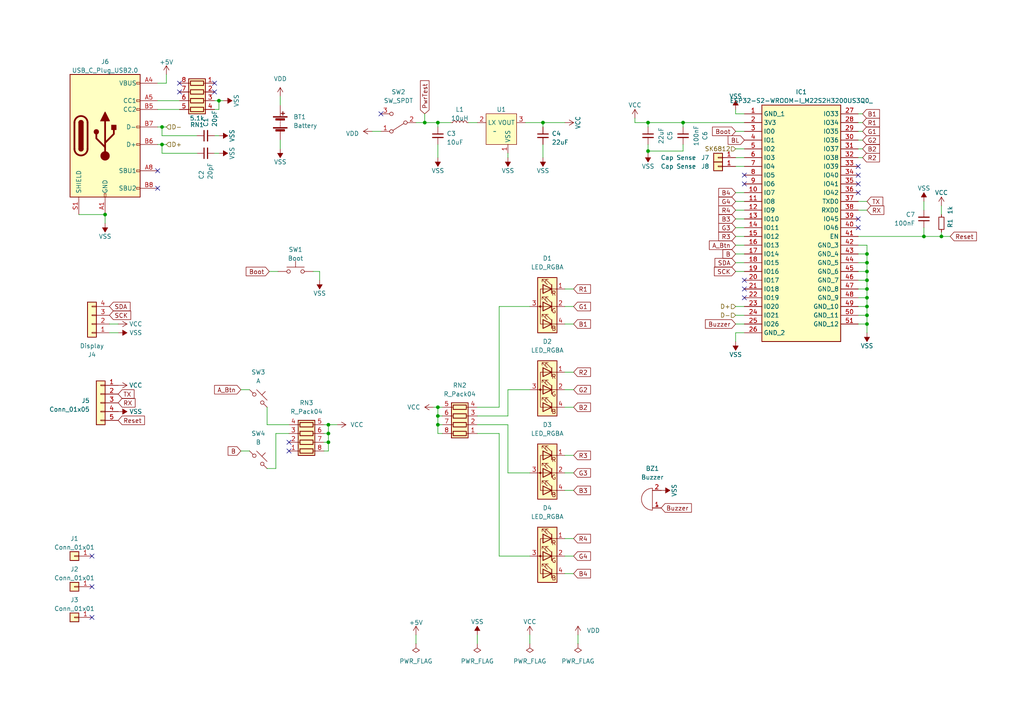
<source format=kicad_sch>
(kicad_sch (version 20230121) (generator eeschema)
  (paper "A4")
  (lib_symbols
    (symbol "BadgePiratesSymbolLibrary:USB_C_Plug_USB2.0" (pin_names (offset 1.016))
      (property "Reference" "J1" (at -10.16 20.32 0))
      (property "Value" "USB_C_Plug_USB2.0" (at 2.54 -20.32 0))
      (symbol "USB_C_Plug_USB2.0_0_0"
        (rectangle (start -0.254 -17.78) (end 0.254 -16.764))
        (rectangle (start 10.1232 -14.9825) (end 9.1072 -15.4905))
        (rectangle (start 10.1599 -9.9392) (end 9.1439 -10.4472))
        (rectangle (start 10.16 -2.286) (end 9.144 -2.794))
        (rectangle (start 10.16 2.794) (end 9.144 2.286))
        (rectangle (start 10.16 7.874) (end 9.144 7.366))
        (rectangle (start 10.16 10.414) (end 9.144 9.906))
        (rectangle (start 10.16 15.494) (end 9.144 14.986))
        (pin bidirectional line (at 15.24 -10.16 180) (length 5.08) (name "SBU1") (number "A8"))
        (pin bidirectional line (at 15.24 -2.54 180) (length 5.08) (name "D+") (number "B6"))
        (pin bidirectional line (at 15.24 2.54 180) (length 5.08) (name "D-") (number "B7"))
        (pin bidirectional line (at 15.24 -15.24 180) (length 5.08) (name "SBU2") (number "B8"))
      )
      (symbol "USB_C_Plug_USB2.0_0_1"
        (rectangle (start -10.16 17.78) (end 10.16 -17.78) (stroke (width 0.254)) (fill (type background)))
        (arc (start -8.89 -3.81) (mid -6.985 -5.7067) (end -5.08 -3.81) (stroke (width 0.508)))
        (arc (start -7.62 -3.81) (mid -6.985 -4.4423) (end -6.35 -3.81) (stroke (width 0.254)))
        (arc (start -7.62 -3.81) (mid -6.985 -4.4423) (end -6.35 -3.81) (stroke (width 0.254)) (fill (type outline)))
        (rectangle (start -7.62 -3.81) (end -6.35 3.81) (stroke (width 0.254)) (fill (type outline)))
        (arc (start -6.35 3.81) (mid -6.985 4.4423) (end -7.62 3.81) (stroke (width 0.254)))
        (arc (start -6.35 3.81) (mid -6.985 4.4423) (end -7.62 3.81) (stroke (width 0.254)) (fill (type outline)))
        (arc (start -5.08 3.81) (mid -6.985 5.7067) (end -8.89 3.81) (stroke (width 0.508)))
        (circle (center -2.54 1.143) (radius 0.635) (stroke (width 0.254)) (fill (type outline)))
        (circle (center 0 -5.842) (radius 1.27) (fill (type outline)))
        (polyline (pts (xy -8.89 -3.81) (xy -8.89 3.81)) (stroke (width 0.508)))
        (polyline (pts (xy -5.08 3.81) (xy -5.08 -3.81)) (stroke (width 0.508)))
        (polyline (pts (xy 0 -5.842) (xy 0 4.318)) (stroke (width 0.508)))
        (polyline (pts (xy 0 -3.302) (xy -2.54 -0.762) (xy -2.54 0.508)) (stroke (width 0.508)))
        (polyline (pts (xy 0 -2.032) (xy 2.54 0.508) (xy 2.54 1.778)) (stroke (width 0.508)))
        (polyline (pts (xy -1.27 4.318) (xy 0 6.858) (xy 1.27 4.318) (xy -1.27 4.318)) (stroke (width 0.254)) (fill (type outline)))
        (rectangle (start 1.905 1.778) (end 3.175 3.048) (stroke (width 0.254)) (fill (type outline)))
      )
      (symbol "USB_C_Plug_USB2.0_1_1"
        (pin passive line (at 0 -22.86 90) (length 5.08) (name "GND") (number "A1"))
        (pin passive line (at 0 -22.86 90) (length 5.08) hide (name "GND") (number "A12"))
        (pin passive line (at 15.24 15.24 180) (length 5.08) (name "VBUS") (number "A4"))
        (pin passive line (at 15.24 10.16 180) (length 5.08) (name "CC1") (number "A5"))
        (pin bidirectional line (at 15.24 -2.54 180) (length 5.08) hide (name "D+") (number "A6"))
        (pin bidirectional line (at 15.24 2.54 180) (length 5.08) hide (name "D-") (number "A7"))
        (pin passive line (at 15.24 15.24 180) (length 5.08) hide (name "VBUS") (number "A9"))
        (pin passive line (at 0 -22.86 90) (length 5.08) hide (name "GND") (number "B1"))
        (pin passive line (at 0 -22.86 90) (length 5.08) hide (name "GND") (number "B12"))
        (pin passive line (at 15.24 15.24 180) (length 5.08) hide (name "VBUS") (number "B4"))
        (pin passive line (at 15.24 7.62 180) (length 5.08) (name "CC2") (number "B5"))
        (pin passive line (at 15.24 15.24 180) (length 5.08) hide (name "VBUS") (number "B9"))
        (pin passive line (at -7.62 -22.86 90) (length 5.08) (name "SHIELD") (number "S1"))
      )
    )
    (symbol "Connector_Generic:Conn_01x01" (pin_names (offset 1.016) hide)
      (property "Reference" "J" (at 0 2.54 0))
      (property "Value" "Conn_01x01" (at 0 -2.54 0))
      (symbol "Conn_01x01_1_1"
        (rectangle (start -1.27 0.127) (end 0 -0.127) (stroke (width 0.1524)))
        (rectangle (start -1.27 1.27) (end 1.27 -1.27) (stroke (width 0.254)) (fill (type background)))
        (pin passive line (at -5.08 0 0) (length 3.81) (name "Pin_1") (number "1"))
      )
    )
    (symbol "Connector_Generic:Conn_01x04" (pin_names (offset 1.016) hide)
      (property "Reference" "J" (at 0 5.08 0))
      (property "Value" "Conn_01x04" (at 0 -7.62 0))
      (symbol "Conn_01x04_1_1"
        (rectangle (start -1.27 -4.953) (end 0 -5.207) (stroke (width 0.1524)))
        (rectangle (start -1.27 -2.413) (end 0 -2.667) (stroke (width 0.1524)))
        (rectangle (start -1.27 0.127) (end 0 -0.127) (stroke (width 0.1524)))
        (rectangle (start -1.27 2.667) (end 0 2.413) (stroke (width 0.1524)))
        (rectangle (start -1.27 3.81) (end 1.27 -6.35) (stroke (width 0.254)) (fill (type background)))
        (pin passive line (at -5.08 2.54 0) (length 3.81) (name "Pin_1") (number "1"))
        (pin passive line (at -5.08 0 0) (length 3.81) (name "Pin_2") (number "2"))
        (pin passive line (at -5.08 -2.54 0) (length 3.81) (name "Pin_3") (number "3"))
        (pin passive line (at -5.08 -5.08 0) (length 3.81) (name "Pin_4") (number "4"))
      )
    )
    (symbol "Connector_Generic:Conn_01x05" (pin_names (offset 1.016) hide)
      (property "Reference" "J" (at 0 7.62 0))
      (property "Value" "Conn_01x05" (at 0 -7.62 0))
      (symbol "Conn_01x05_1_1"
        (rectangle (start -1.27 -4.953) (end 0 -5.207) (stroke (width 0.1524)))
        (rectangle (start -1.27 -2.413) (end 0 -2.667) (stroke (width 0.1524)))
        (rectangle (start -1.27 0.127) (end 0 -0.127) (stroke (width 0.1524)))
        (rectangle (start -1.27 2.667) (end 0 2.413) (stroke (width 0.1524)))
        (rectangle (start -1.27 5.207) (end 0 4.953) (stroke (width 0.1524)))
        (rectangle (start -1.27 6.35) (end 1.27 -6.35) (stroke (width 0.254)) (fill (type background)))
        (pin passive line (at -5.08 5.08 0) (length 3.81) (name "Pin_1") (number "1"))
        (pin passive line (at -5.08 2.54 0) (length 3.81) (name "Pin_2") (number "2"))
        (pin passive line (at -5.08 0 0) (length 3.81) (name "Pin_3") (number "3"))
        (pin passive line (at -5.08 -2.54 0) (length 3.81) (name "Pin_4") (number "4"))
        (pin passive line (at -5.08 -5.08 0) (length 3.81) (name "Pin_5") (number "5"))
      )
    )
    (symbol "Device:Battery" (pin_numbers hide) (pin_names (offset 0) hide)
      (property "Reference" "BT" (at 2.54 2.54 0))
      (property "Value" "Battery" (at 2.54 0 0))
      (symbol "Battery_0_1"
        (rectangle (start -2.032 -1.397) (end 2.032 -1.651) (fill (type outline)))
        (rectangle (start -2.032 1.778) (end 2.032 1.524) (fill (type outline)))
        (rectangle (start -1.3208 -1.9812) (end 1.27 -2.4892) (fill (type outline)))
        (rectangle (start -1.3208 1.1938) (end 1.27 0.6858) (fill (type outline)))
        (polyline (pts (xy 0 -1.524) (xy 0 -1.27)))
        (polyline (pts (xy 0 -1.016) (xy 0 -0.762)))
        (polyline (pts (xy 0 -0.508) (xy 0 -0.254)))
        (polyline (pts (xy 0 0) (xy 0 0.254)))
        (polyline (pts (xy 0 0.508) (xy 0 0.762)))
        (polyline (pts (xy 0 1.778) (xy 0 2.54)))
        (polyline (pts (xy 0.254 2.667) (xy 1.27 2.667)) (stroke (width 0.254)))
        (polyline (pts (xy 0.762 3.175) (xy 0.762 2.159)) (stroke (width 0.254)))
      )
      (symbol "Battery_1_1"
        (pin passive line (at 0 5.08 270) (length 2.54) (name "+") (number "1"))
        (pin passive line (at 0 -5.08 90) (length 2.54) (name "-") (number "2"))
      )
    )
    (symbol "Device:Buzzer" (pin_names (offset 0.0254) hide)
      (property "Reference" "BZ" (at 3.81 1.27 0))
      (property "Value" "Buzzer" (at 3.81 -1.27 0))
      (symbol "Buzzer_0_1"
        (arc (start 0 -3.175) (mid 3.1612 0) (end 0 3.175))
        (polyline (pts (xy -1.651 1.905) (xy -1.143 1.905)))
        (polyline (pts (xy -1.397 2.159) (xy -1.397 1.651)))
        (polyline (pts (xy 0 3.175) (xy 0 -3.175)))
      )
      (symbol "Buzzer_1_1"
        (pin passive line (at -2.54 2.54 0) (length 2.54) (name "-") (number "1"))
        (pin passive line (at -2.54 -2.54 0) (length 2.54) (name "+") (number "2"))
      )
    )
    (symbol "Device:C_Small" (pin_numbers hide) (pin_names (offset 0.254) hide)
      (property "Reference" "C" (at 0.254 1.778 0))
      (property "Value" "C_Small" (at 0.254 -2.032 0))
      (symbol "C_Small_0_1"
        (polyline (pts (xy -1.524 -0.508) (xy 1.524 -0.508)) (stroke (width 0.3302)))
        (polyline (pts (xy -1.524 0.508) (xy 1.524 0.508)) (stroke (width 0.3048)))
      )
      (symbol "C_Small_1_1"
        (pin passive line (at 0 2.54 270) (length 2.032) (name "~") (number "1"))
        (pin passive line (at 0 -2.54 90) (length 2.032) (name "~") (number "2"))
      )
    )
    (symbol "Device:L_Small" (pin_numbers hide) (pin_names (offset 0.254) hide)
      (property "Reference" "L" (at 0.762 1.016 0))
      (property "Value" "L_Small" (at 0.762 -1.016 0))
      (symbol "L_Small_0_1"
        (arc (start 0 -2.032) (mid 0.5058 -1.524) (end 0 -1.016))
        (arc (start 0 -1.016) (mid 0.5058 -0.508) (end 0 0))
        (arc (start 0 0) (mid 0.5058 0.508) (end 0 1.016))
        (arc (start 0 1.016) (mid 0.5058 1.524) (end 0 2.032))
      )
      (symbol "L_Small_1_1"
        (pin passive line (at 0 2.54 270) (length 0.508) (name "~") (number "1"))
        (pin passive line (at 0 -2.54 90) (length 0.508) (name "~") (number "2"))
      )
    )
    (symbol "Device:R_Pack04" (pin_names (offset 0) hide)
      (property "Reference" "RN" (at -7.62 0 90))
      (property "Value" "R_Pack04" (at 5.08 0 90))
      (symbol "R_Pack04_0_1"
        (rectangle (start -6.35 -2.413) (end 3.81 2.413) (stroke (width 0.254)) (fill (type background)))
        (rectangle (start -5.715 1.905) (end -4.445 -1.905) (stroke (width 0.254)))
        (rectangle (start -3.175 1.905) (end -1.905 -1.905) (stroke (width 0.254)))
        (rectangle (start -0.635 1.905) (end 0.635 -1.905) (stroke (width 0.254)))
        (polyline (pts (xy -5.08 -2.54) (xy -5.08 -1.905)))
        (polyline (pts (xy -5.08 1.905) (xy -5.08 2.54)))
        (polyline (pts (xy -2.54 -2.54) (xy -2.54 -1.905)))
        (polyline (pts (xy -2.54 1.905) (xy -2.54 2.54)))
        (polyline (pts (xy 0 -2.54) (xy 0 -1.905)))
        (polyline (pts (xy 0 1.905) (xy 0 2.54)))
        (polyline (pts (xy 2.54 -2.54) (xy 2.54 -1.905)))
        (polyline (pts (xy 2.54 1.905) (xy 2.54 2.54)))
        (rectangle (start 1.905 1.905) (end 3.175 -1.905) (stroke (width 0.254)))
      )
      (symbol "R_Pack04_1_1"
        (pin passive line (at -5.08 -5.08 90) (length 2.54) (name "R1.1") (number "1"))
        (pin passive line (at -2.54 -5.08 90) (length 2.54) (name "R2.1") (number "2"))
        (pin passive line (at 0 -5.08 90) (length 2.54) (name "R3.1") (number "3"))
        (pin passive line (at 2.54 -5.08 90) (length 2.54) (name "R4.1") (number "4"))
        (pin passive line (at 2.54 5.08 270) (length 2.54) (name "R4.2") (number "5"))
        (pin passive line (at 0 5.08 270) (length 2.54) (name "R3.2") (number "6"))
        (pin passive line (at -2.54 5.08 270) (length 2.54) (name "R2.2") (number "7"))
        (pin passive line (at -5.08 5.08 270) (length 2.54) (name "R1.2") (number "8"))
      )
    )
    (symbol "Device:R_Small" (pin_numbers hide) (pin_names (offset 0.254) hide)
      (property "Reference" "R" (at 0.762 0.508 0))
      (property "Value" "R_Small" (at 0.762 -1.016 0))
      (symbol "R_Small_0_1"
        (rectangle (start -0.762 1.778) (end 0.762 -1.778) (stroke (width 0.2032)))
      )
      (symbol "R_Small_1_1"
        (pin passive line (at 0 2.54 270) (length 0.762) (name "~") (number "1"))
        (pin passive line (at 0 -2.54 90) (length 0.762) (name "~") (number "2"))
      )
    )
    (symbol "ESP32-S2-WROOM-I_M22S2H3200US3:ESP32-S2-WROOM-I_M22S2H3200US3Q0_"
      (property "Reference" "IC" (at 29.21 7.62 0))
      (property "Value" "ESP32-S2-WROOM-I_M22S2H3200US3Q0_" (at 29.21 5.08 0))
      (symbol "ESP32-S2-WROOM-I_M22S2H3200US3Q0__1_1"
        (rectangle (start 5.08 2.54) (end 27.94 -66.04) (stroke (width 0.254)) (fill (type background)))
        (pin passive line (at 0 0 0) (length 5.08) (name "GND_1") (number "1"))
        (pin passive line (at 0 -22.86 0) (length 5.08) (name "IO7") (number "10"))
        (pin passive line (at 0 -25.4 0) (length 5.08) (name "IO8") (number "11"))
        (pin passive line (at 0 -27.94 0) (length 5.08) (name "IO9") (number "12"))
        (pin passive line (at 0 -30.48 0) (length 5.08) (name "IO10") (number "13"))
        (pin passive line (at 0 -33.02 0) (length 5.08) (name "IO11") (number "14"))
        (pin passive line (at 0 -35.56 0) (length 5.08) (name "IO12") (number "15"))
        (pin passive line (at 0 -38.1 0) (length 5.08) (name "IO13") (number "16"))
        (pin passive line (at 0 -40.64 0) (length 5.08) (name "IO14") (number "17"))
        (pin passive line (at 0 -43.18 0) (length 5.08) (name "IO15") (number "18"))
        (pin passive line (at 0 -45.72 0) (length 5.08) (name "IO16") (number "19"))
        (pin passive line (at 0 -2.54 0) (length 5.08) (name "3V3") (number "2"))
        (pin passive line (at 0 -48.26 0) (length 5.08) (name "IO17") (number "20"))
        (pin passive line (at 0 -50.8 0) (length 5.08) (name "IO18") (number "21"))
        (pin passive line (at 0 -53.34 0) (length 5.08) (name "IO19") (number "22"))
        (pin passive line (at 0 -55.88 0) (length 5.08) (name "IO20") (number "23"))
        (pin passive line (at 0 -58.42 0) (length 5.08) (name "IO21") (number "24"))
        (pin passive line (at 0 -60.96 0) (length 5.08) (name "IO26") (number "25"))
        (pin passive line (at 0 -63.5 0) (length 5.08) (name "GND_2") (number "26"))
        (pin passive line (at 33.02 0 180) (length 5.08) (name "IO33") (number "27"))
        (pin passive line (at 33.02 -2.54 180) (length 5.08) (name "IO34") (number "28"))
        (pin passive line (at 33.02 -5.08 180) (length 5.08) (name "IO35") (number "29"))
        (pin passive line (at 0 -5.08 0) (length 5.08) (name "IO0") (number "3"))
        (pin passive line (at 33.02 -7.62 180) (length 5.08) (name "IO36") (number "30"))
        (pin passive line (at 33.02 -10.16 180) (length 5.08) (name "IO37") (number "31"))
        (pin passive line (at 33.02 -12.7 180) (length 5.08) (name "IO38") (number "32"))
        (pin passive line (at 33.02 -15.24 180) (length 5.08) (name "IO39") (number "33"))
        (pin passive line (at 33.02 -17.78 180) (length 5.08) (name "IO40") (number "34"))
        (pin passive line (at 33.02 -20.32 180) (length 5.08) (name "IO41") (number "35"))
        (pin passive line (at 33.02 -22.86 180) (length 5.08) (name "IO42") (number "36"))
        (pin passive line (at 33.02 -25.4 180) (length 5.08) (name "TXD0") (number "37"))
        (pin passive line (at 33.02 -27.94 180) (length 5.08) (name "RXD0") (number "38"))
        (pin passive line (at 33.02 -30.48 180) (length 5.08) (name "IO45") (number "39"))
        (pin passive line (at 0 -7.62 0) (length 5.08) (name "IO1") (number "4"))
        (pin passive line (at 33.02 -33.02 180) (length 5.08) (name "IO46") (number "40"))
        (pin passive line (at 33.02 -35.56 180) (length 5.08) (name "EN") (number "41"))
        (pin passive line (at 33.02 -38.1 180) (length 5.08) (name "GND_3") (number "42"))
        (pin passive line (at 33.02 -40.64 180) (length 5.08) (name "GND_4") (number "43"))
        (pin passive line (at 33.02 -43.18 180) (length 5.08) (name "GND_5") (number "44"))
        (pin passive line (at 33.02 -45.72 180) (length 5.08) (name "GND_6") (number "45"))
        (pin passive line (at 33.02 -48.26 180) (length 5.08) (name "GND_7") (number "46"))
        (pin passive line (at 33.02 -50.8 180) (length 5.08) (name "GND_8") (number "47"))
        (pin passive line (at 33.02 -53.34 180) (length 5.08) (name "GND_9") (number "48"))
        (pin passive line (at 33.02 -55.88 180) (length 5.08) (name "GND_10") (number "49"))
        (pin passive line (at 0 -10.16 0) (length 5.08) (name "IO2") (number "5"))
        (pin passive line (at 33.02 -58.42 180) (length 5.08) (name "GND_11") (number "50"))
        (pin passive line (at 33.02 -60.96 180) (length 5.08) (name "GND_12") (number "51"))
        (pin passive line (at 0 -12.7 0) (length 5.08) (name "IO3") (number "6"))
        (pin passive line (at 0 -15.24 0) (length 5.08) (name "IO4") (number "7"))
        (pin passive line (at 0 -17.78 0) (length 5.08) (name "IO5") (number "8"))
        (pin passive line (at 0 -20.32 0) (length 5.08) (name "IO6") (number "9"))
      )
    )
    (symbol "LED_RGBA_1" (pin_names (offset 0) hide)
      (property "Reference" "D2" (at 0 13.97 0))
      (property "Value" "LED_RGBA" (at 0 11.43 0))
      (symbol "LED_RGBA_1_0_0"
        (text "B" (at -1.905 -6.35 0) (effects (font (size 1.27 1.27))))
        (text "G" (at -1.905 -1.27 0) (effects (font (size 1.27 1.27))))
        (text "R" (at -1.905 3.81 0) (effects (font (size 1.27 1.27))))
      )
      (symbol "LED_RGBA_1_0_1"
        (polyline (pts (xy -1.27 -5.08) (xy -2.54 -5.08)))
        (polyline (pts (xy -1.27 -5.08) (xy 1.27 -5.08)))
        (polyline (pts (xy -1.27 -3.81) (xy -1.27 -6.35)) (stroke (width 0.254)))
        (polyline (pts (xy -1.27 0) (xy -2.54 0)))
        (polyline (pts (xy -1.27 1.27) (xy -1.27 -1.27)) (stroke (width 0.254)))
        (polyline (pts (xy -1.27 5.08) (xy -2.54 5.08)))
        (polyline (pts (xy -1.27 5.08) (xy 1.27 5.08)))
        (polyline (pts (xy -1.27 6.35) (xy -1.27 3.81)) (stroke (width 0.254)))
        (polyline (pts (xy 1.27 0) (xy -1.27 0)))
        (polyline (pts (xy 1.27 0) (xy 2.54 0)))
        (polyline (pts (xy -1.27 1.27) (xy -1.27 -1.27) (xy -1.27 -1.27)))
        (polyline (pts (xy -1.27 6.35) (xy -1.27 3.81) (xy -1.27 3.81)))
        (polyline (pts (xy 1.27 -5.08) (xy 2.032 -5.08) (xy 2.032 5.08) (xy 1.27 5.08)))
        (polyline (pts (xy 1.27 -3.81) (xy 1.27 -6.35) (xy -1.27 -5.08) (xy 1.27 -3.81)) (stroke (width 0.254)))
        (polyline (pts (xy 1.27 1.27) (xy 1.27 -1.27) (xy -1.27 0) (xy 1.27 1.27)) (stroke (width 0.254)))
        (polyline (pts (xy 1.27 6.35) (xy 1.27 3.81) (xy -1.27 5.08) (xy 1.27 6.35)) (stroke (width 0.254)))
        (polyline (pts (xy -1.016 -3.81) (xy 0.508 -2.286) (xy -0.254 -2.286) (xy 0.508 -2.286) (xy 0.508 -3.048)))
        (polyline (pts (xy -1.016 1.27) (xy 0.508 2.794) (xy -0.254 2.794) (xy 0.508 2.794) (xy 0.508 2.032)))
        (polyline (pts (xy -1.016 6.35) (xy 0.508 7.874) (xy -0.254 7.874) (xy 0.508 7.874) (xy 0.508 7.112)))
        (polyline (pts (xy 0 -3.81) (xy 1.524 -2.286) (xy 0.762 -2.286) (xy 1.524 -2.286) (xy 1.524 -3.048)))
        (polyline (pts (xy 0 1.27) (xy 1.524 2.794) (xy 0.762 2.794) (xy 1.524 2.794) (xy 1.524 2.032)))
        (polyline (pts (xy 0 6.35) (xy 1.524 7.874) (xy 0.762 7.874) (xy 1.524 7.874) (xy 1.524 7.112)))
        (rectangle (start 1.27 -1.27) (end 1.27 1.27))
        (rectangle (start 1.27 1.27) (end 1.27 1.27))
        (rectangle (start 1.27 3.81) (end 1.27 6.35))
        (rectangle (start 1.27 6.35) (end 1.27 6.35))
        (circle (center 2.032 0) (radius 0.254) (fill (type outline)))
        (rectangle (start 2.794 8.382) (end -2.794 -7.62) (stroke (width 0.254)) (fill (type background)))
      )
      (symbol "LED_RGBA_1_1_1"
        (pin passive line (at -5.08 5.08 0) (length 2.54) (name "RK") (number "1"))
        (pin passive line (at -5.08 0 0) (length 2.54) (name "GK") (number "2"))
        (pin passive line (at 5.08 0 180) (length 2.54) (name "A") (number "3"))
        (pin passive line (at -5.08 -5.08 0) (length 2.54) (name "BK") (number "4"))
      )
    )
    (symbol "Switch:SW_Push" (pin_numbers hide) (pin_names (offset 1.016) hide)
      (property "Reference" "SW" (at 1.27 2.54 0))
      (property "Value" "SW_Push" (at 0 -1.524 0))
      (symbol "SW_Push_0_1"
        (circle (center -2.032 0) (radius 0.508))
        (polyline (pts (xy 0 1.27) (xy 0 3.048)))
        (polyline (pts (xy 2.54 1.27) (xy -2.54 1.27)))
        (circle (center 2.032 0) (radius 0.508))
        (pin passive line (at -5.08 0 0) (length 2.54) (name "1") (number "1"))
        (pin passive line (at 5.08 0 180) (length 2.54) (name "2") (number "2"))
      )
    )
    (symbol "Switch:SW_Push_45deg" (pin_numbers hide) (pin_names (offset 1.016) hide)
      (property "Reference" "SW" (at 3.048 1.016 0))
      (property "Value" "SW_Push_45deg" (at 0 -3.81 0))
      (symbol "SW_Push_45deg_0_1"
        (circle (center -1.1684 1.1684) (radius 0.508))
        (polyline (pts (xy -0.508 2.54) (xy 2.54 -0.508)))
        (polyline (pts (xy 1.016 1.016) (xy 2.032 2.032)))
        (polyline (pts (xy -2.54 2.54) (xy -1.524 1.524) (xy -1.524 1.524)))
        (polyline (pts (xy 1.524 -1.524) (xy 2.54 -2.54) (xy 2.54 -2.54) (xy 2.54 -2.54)))
        (circle (center 1.143 -1.1938) (radius 0.508))
        (pin passive line (at -2.54 2.54 0) (length 0) (name "1") (number "1"))
        (pin passive line (at 2.54 -2.54 180) (length 0) (name "2") (number "2"))
      )
    )
    (symbol "Switch:SW_SPDT" (pin_names (offset 0) hide)
      (property "Reference" "SW" (at 0 4.318 0))
      (property "Value" "SW_SPDT" (at 0 -5.08 0))
      (symbol "SW_SPDT_0_0"
        (circle (center -2.032 0) (radius 0.508))
        (circle (center 2.032 -2.54) (radius 0.508))
      )
      (symbol "SW_SPDT_0_1"
        (polyline (pts (xy -1.524 0.254) (xy 1.651 2.286)))
        (circle (center 2.032 2.54) (radius 0.508))
      )
      (symbol "SW_SPDT_1_1"
        (pin passive line (at 5.08 2.54 180) (length 2.54) (name "A") (number "1"))
        (pin passive line (at -5.08 0 0) (length 2.54) (name "B") (number "2"))
        (pin passive line (at 5.08 -2.54 180) (length 2.54) (name "C") (number "3"))
      )
    )
    (symbol "UE-Power:XT1861B332MR-G"
      (property "Reference" "U" (at -2.54 6.35 0))
      (symbol "XT1861B332MR-G_1_1"
        (rectangle (start -2.54 5.08) (end 6.35 -3.81) (fill (type background)))
        (pin input line (at 3.81 -6.35 90) (length 2.54) (name "VSS") (number "1"))
        (pin input line (at -5.08 2.54 0) (length 2.54) (name "LX") (number "2"))
        (pin input line (at 8.89 2.54 180) (length 2.54) (name "VOUT") (number "3"))
      )
    )
    (symbol "power:+5V" (power) (pin_names (offset 0))
      (property "Value" "+5V" (at 0 3.556 0))
      (symbol "+5V_0_1"
        (polyline (pts (xy -0.762 1.27) (xy 0 2.54)))
        (polyline (pts (xy 0 0) (xy 0 2.54)))
        (polyline (pts (xy 0 2.54) (xy 0.762 1.27)))
      )
      (symbol "+5V_1_1"
        (pin power_in line (at 0 0 90) (length 0) hide (name "+5V") (number "1"))
      )
    )
    (symbol "power:PWR_FLAG" (power) (pin_numbers hide) (pin_names (offset 0) hide)
      (property "Value" "PWR_FLAG" (at 0 3.81 0))
      (symbol "PWR_FLAG_0_0"
        (pin power_out line (at 0 0 90) (length 0) (name "pwr") (number "1"))
      )
      (symbol "PWR_FLAG_0_1"
        (polyline (pts (xy 0 0) (xy 0 1.27) (xy -1.016 1.905) (xy 0 2.54) (xy 1.016 1.905) (xy 0 1.27)))
      )
    )
    (symbol "power:VCC" (power) (pin_names (offset 0))
      (property "Value" "VCC" (at 0 3.81 0))
      (symbol "VCC_0_1"
        (polyline (pts (xy -0.762 1.27) (xy 0 2.54)))
        (polyline (pts (xy 0 0) (xy 0 2.54)))
        (polyline (pts (xy 0 2.54) (xy 0.762 1.27)))
      )
      (symbol "VCC_1_1"
        (pin power_in line (at 0 0 90) (length 0) hide (name "VCC") (number "1"))
      )
    )
    (symbol "power:VDD" (power) (pin_names (offset 0))
      (property "Value" "VDD" (at 0 3.81 0))
      (symbol "VDD_0_1"
        (polyline (pts (xy -0.762 1.27) (xy 0 2.54)))
        (polyline (pts (xy 0 0) (xy 0 2.54)))
        (polyline (pts (xy 0 2.54) (xy 0.762 1.27)))
      )
      (symbol "VDD_1_1"
        (pin power_in line (at 0 0 90) (length 0) hide (name "VDD") (number "1"))
      )
    )
    (symbol "power:VSS" (power) (pin_names (offset 0))
      (property "Value" "VSS" (at 0 3.81 0))
      (symbol "VSS_0_1"
        (polyline (pts (xy 0 0) (xy 0 2.54)))
        (polyline (pts (xy 0.762 1.27) (xy -0.762 1.27) (xy 0 2.54) (xy 0.762 1.27)) (fill (type outline)))
      )
      (symbol "VSS_1_1"
        (pin power_in line (at 0 0 90) (length 0) hide (name "VSS") (number "1"))
      )
    )
  )
  (junction (at 30.48 62.23))
  (junction (at 95.25 125.73))
  (junction (at 251.46 73.66))
  (junction (at 273.05 68.58) (diameter 0.9144))
  (junction (at 63.5 29.21) (diameter 0.9144))
  (junction (at 157.48 35.56))
  (junction (at 127 120.65))
  (junction (at 251.46 93.98))
  (junction (at 251.46 78.74))
  (junction (at 251.46 83.82))
  (junction (at 46.99 41.91))
  (junction (at 127 123.19))
  (junction (at 127 35.56))
  (junction (at 251.46 76.2))
  (junction (at 95.25 128.27))
  (junction (at 187.96 35.56))
  (junction (at 46.99 36.83))
  (junction (at 267.97 68.58))
  (junction (at 187.96 43.815))
  (junction (at 251.46 91.44))
  (junction (at 198.12 35.56))
  (junction (at 251.46 88.9))
  (junction (at 123.19 35.56))
  (junction (at 251.46 81.28))
  (junction (at 95.25 123.19))
  (junction (at 127 118.11))
  (junction (at 251.46 86.36))
  (no_connect (at 215.9 50.8))
  (no_connect (at 52.07 26.67))
  (no_connect (at 45.72 49.53))
  (no_connect (at 26.67 179.07))
  (no_connect (at 83.82 128.27))
  (no_connect (at 110.49 33.02))
  (no_connect (at 248.92 55.88))
  (no_connect (at 215.9 53.34))
  (no_connect (at 52.07 24.13))
  (no_connect (at 45.72 54.61))
  (no_connect (at 83.82 130.81))
  (no_connect (at 26.67 161.29))
  (no_connect (at 62.23 26.67))
  (no_connect (at 248.92 53.34))
  (no_connect (at 62.23 24.13))
  (no_connect (at 248.92 50.8))
  (no_connect (at 215.9 86.36))
  (no_connect (at 215.9 83.82))
  (no_connect (at 215.9 81.28))
  (no_connect (at 248.92 48.26))
  (no_connect (at 248.92 66.04))
  (no_connect (at 248.92 63.5))
  (no_connect (at 26.67 170.18))
  (wire (pts (xy 138.43 123.19) (xy 147.32 123.19)))
  (wire (pts (xy 69.85 130.81) (xy 72.39 130.81)))
  (wire (pts (xy 251.46 91.44) (xy 251.46 88.9)))
  (wire (pts (xy 127 118.11) (xy 128.27 118.11)))
  (wire (pts (xy 153.67 88.9) (xy 144.78 88.9)))
  (wire (pts (xy 187.96 35.56) (xy 187.96 36.83)))
  (wire (pts (xy 248.92 40.64) (xy 250.19 40.64)))
  (wire (pts (xy 147.32 113.03) (xy 153.67 113.03)))
  (wire (pts (xy 248.92 81.28) (xy 251.46 81.28)))
  (wire (pts (xy 187.96 43.815) (xy 187.96 44.45)))
  (wire (pts (xy 90.805 78.74) (xy 92.71 78.74)))
  (wire (pts (xy 213.36 66.04) (xy 215.9 66.04)))
  (wire (pts (xy 248.92 68.58) (xy 267.97 68.58)))
  (wire (pts (xy 120.65 35.56) (xy 123.19 35.56)))
  (wire (pts (xy 248.92 33.02) (xy 250.19 33.02)))
  (wire (pts (xy 22.86 62.23) (xy 30.48 62.23)))
  (wire (pts (xy 213.36 58.42) (xy 215.9 58.42)))
  (wire (pts (xy 251.46 78.74) (xy 251.46 76.2)))
  (wire (pts (xy 198.12 41.91) (xy 198.12 43.815)))
  (wire (pts (xy 248.92 86.36) (xy 251.46 86.36)))
  (wire (pts (xy 62.23 29.21) (xy 63.5 29.21)))
  (wire (pts (xy 77.47 135.89) (xy 80.01 135.89)))
  (wire (pts (xy 147.32 137.16) (xy 153.67 137.16)))
  (wire (pts (xy 147.32 123.19) (xy 147.32 137.16)))
  (wire (pts (xy 213.36 48.26) (xy 215.9 48.26)))
  (wire (pts (xy 163.83 83.82) (xy 166.37 83.82)))
  (wire (pts (xy 45.72 29.21) (xy 52.07 29.21)))
  (wire (pts (xy 213.36 55.88) (xy 215.9 55.88)))
  (wire (pts (xy 63.5 29.21) (xy 64.77 29.21)))
  (wire (pts (xy 144.78 118.11) (xy 138.43 118.11)))
  (wire (pts (xy 62.23 44.45) (xy 63.5 44.45)))
  (wire (pts (xy 46.99 44.45) (xy 57.15 44.45)))
  (wire (pts (xy 80.01 125.73) (xy 83.82 125.73)))
  (wire (pts (xy 213.36 38.1) (xy 215.9 38.1)))
  (wire (pts (xy 81.28 27.94) (xy 81.28 30.48)))
  (wire (pts (xy 163.83 93.98) (xy 166.37 93.98)))
  (wire (pts (xy 62.23 39.37) (xy 63.5 39.37)))
  (wire (pts (xy 248.92 73.66) (xy 251.46 73.66)))
  (wire (pts (xy 92.71 78.74) (xy 92.71 81.28)))
  (wire (pts (xy 31.75 93.98) (xy 34.29 93.98)))
  (wire (pts (xy 213.36 88.9) (xy 215.9 88.9)))
  (wire (pts (xy 213.36 78.74) (xy 215.9 78.74)))
  (wire (pts (xy 267.97 58.42) (xy 267.97 60.96)))
  (wire (pts (xy 163.83 161.29) (xy 166.37 161.29)))
  (wire (pts (xy 275.59 68.58) (xy 273.05 68.58)))
  (wire (pts (xy 77.47 118.11) (xy 77.47 123.19)))
  (wire (pts (xy 163.83 132.08) (xy 166.37 132.08)))
  (wire (pts (xy 45.72 36.83) (xy 46.99 36.83)))
  (wire (pts (xy 138.43 184.15) (xy 138.43 186.69)))
  (wire (pts (xy 213.36 73.66) (xy 215.9 73.66)))
  (wire (pts (xy 127 35.56) (xy 130.81 35.56)))
  (wire (pts (xy 163.83 113.03) (xy 166.37 113.03)))
  (wire (pts (xy 127 118.11) (xy 127 120.65)))
  (wire (pts (xy 95.25 123.19) (xy 97.79 123.19)))
  (wire (pts (xy 213.36 33.02) (xy 215.9 33.02)))
  (wire (pts (xy 163.83 142.24) (xy 166.37 142.24)))
  (wire (pts (xy 95.25 123.19) (xy 95.25 125.73)))
  (wire (pts (xy 127 125.73) (xy 128.27 125.73)))
  (wire (pts (xy 138.43 125.73) (xy 144.78 125.73)))
  (wire (pts (xy 213.36 63.5) (xy 215.9 63.5)))
  (wire (pts (xy 147.32 44.45) (xy 147.32 45.72)))
  (wire (pts (xy 81.28 40.64) (xy 81.28 43.18)))
  (wire (pts (xy 251.46 76.2) (xy 251.46 73.66)))
  (wire (pts (xy 123.19 35.56) (xy 127 35.56)))
  (wire (pts (xy 251.46 71.12) (xy 248.92 71.12)))
  (wire (pts (xy 213.36 93.98) (xy 215.9 93.98)))
  (wire (pts (xy 93.98 123.19) (xy 95.25 123.19)))
  (wire (pts (xy 248.92 91.44) (xy 251.46 91.44)))
  (wire (pts (xy 46.99 36.83) (xy 48.26 36.83)))
  (wire (pts (xy 213.36 68.58) (xy 215.9 68.58)))
  (wire (pts (xy 267.97 66.04) (xy 267.97 68.58)))
  (wire (pts (xy 127 123.19) (xy 127 125.73)))
  (wire (pts (xy 63.5 29.21) (xy 63.5 31.75)))
  (wire (pts (xy 184.15 35.56) (xy 187.96 35.56)))
  (wire (pts (xy 163.83 137.16) (xy 166.37 137.16)))
  (wire (pts (xy 213.36 76.2) (xy 215.9 76.2)))
  (wire (pts (xy 187.96 35.56) (xy 198.12 35.56)))
  (wire (pts (xy 45.72 41.91) (xy 46.99 41.91)))
  (wire (pts (xy 163.83 107.95) (xy 166.37 107.95)))
  (wire (pts (xy 198.12 43.815) (xy 187.96 43.815)))
  (wire (pts (xy 57.15 39.37) (xy 46.99 39.37)))
  (wire (pts (xy 251.46 93.98) (xy 251.46 91.44)))
  (wire (pts (xy 127 123.19) (xy 128.27 123.19)))
  (wire (pts (xy 187.96 41.91) (xy 187.96 43.815)))
  (wire (pts (xy 248.92 60.96) (xy 251.46 60.96)))
  (wire (pts (xy 163.83 156.21) (xy 166.37 156.21)))
  (wire (pts (xy 251.46 88.9) (xy 251.46 86.36)))
  (wire (pts (xy 127 35.56) (xy 127 36.83)))
  (wire (pts (xy 273.05 59.69) (xy 273.05 62.23)))
  (wire (pts (xy 248.92 76.2) (xy 251.46 76.2)))
  (wire (pts (xy 46.99 39.37) (xy 46.99 36.83)))
  (wire (pts (xy 248.92 38.1) (xy 250.19 38.1)))
  (wire (pts (xy 147.32 120.65) (xy 147.32 113.03)))
  (wire (pts (xy 251.46 83.82) (xy 251.46 81.28)))
  (wire (pts (xy 138.43 120.65) (xy 147.32 120.65)))
  (wire (pts (xy 213.36 71.12) (xy 215.9 71.12)))
  (wire (pts (xy 157.48 41.91) (xy 157.48 45.72)))
  (wire (pts (xy 213.36 43.18) (xy 215.9 43.18)))
  (wire (pts (xy 45.72 24.13) (xy 48.26 24.13)))
  (wire (pts (xy 213.36 31.75) (xy 213.36 33.02)))
  (wire (pts (xy 163.83 118.11) (xy 166.37 118.11)))
  (wire (pts (xy 31.75 96.52) (xy 34.29 96.52)))
  (wire (pts (xy 167.64 184.15) (xy 167.64 186.69)))
  (wire (pts (xy 251.46 96.52) (xy 251.46 93.98)))
  (wire (pts (xy 46.99 44.45) (xy 46.99 41.91)))
  (wire (pts (xy 273.05 68.58) (xy 267.97 68.58)))
  (wire (pts (xy 48.26 24.13) (xy 48.26 21.59)))
  (wire (pts (xy 95.25 130.81) (xy 93.98 130.81)))
  (wire (pts (xy 30.48 62.23) (xy 30.48 64.77)))
  (wire (pts (xy 127 41.91) (xy 127 45.72)))
  (wire (pts (xy 248.92 45.72) (xy 250.19 45.72)))
  (wire (pts (xy 45.72 31.75) (xy 52.07 31.75)))
  (wire (pts (xy 157.48 35.56) (xy 163.83 35.56)))
  (wire (pts (xy 273.05 67.31) (xy 273.05 68.58)))
  (wire (pts (xy 248.92 93.98) (xy 251.46 93.98)))
  (wire (pts (xy 93.98 125.73) (xy 95.25 125.73)))
  (wire (pts (xy 123.19 33.02) (xy 123.19 35.56)))
  (wire (pts (xy 107.95 38.1) (xy 110.49 38.1)))
  (wire (pts (xy 152.4 35.56) (xy 157.48 35.56)))
  (wire (pts (xy 213.36 99.06) (xy 213.36 96.52)))
  (wire (pts (xy 248.92 43.18) (xy 250.19 43.18)))
  (wire (pts (xy 46.99 41.91) (xy 48.26 41.91)))
  (wire (pts (xy 157.48 35.56) (xy 157.48 36.83)))
  (wire (pts (xy 135.89 35.56) (xy 138.43 35.56)))
  (wire (pts (xy 125.73 118.11) (xy 127 118.11)))
  (wire (pts (xy 95.25 125.73) (xy 95.25 128.27)))
  (wire (pts (xy 248.92 78.74) (xy 251.46 78.74)))
  (wire (pts (xy 163.83 166.37) (xy 166.37 166.37)))
  (wire (pts (xy 93.98 128.27) (xy 95.25 128.27)))
  (wire (pts (xy 80.01 135.89) (xy 80.01 125.73)))
  (wire (pts (xy 251.46 73.66) (xy 251.46 71.12)))
  (wire (pts (xy 213.36 60.96) (xy 215.9 60.96)))
  (wire (pts (xy 95.25 128.27) (xy 95.25 130.81)))
  (wire (pts (xy 77.47 123.19) (xy 83.82 123.19)))
  (wire (pts (xy 144.78 161.29) (xy 153.67 161.29)))
  (wire (pts (xy 184.15 34.29) (xy 184.15 35.56)))
  (wire (pts (xy 248.92 88.9) (xy 251.46 88.9)))
  (wire (pts (xy 198.12 35.56) (xy 198.12 36.83)))
  (wire (pts (xy 248.92 83.82) (xy 251.46 83.82)))
  (wire (pts (xy 251.46 86.36) (xy 251.46 83.82)))
  (wire (pts (xy 144.78 88.9) (xy 144.78 118.11)))
  (wire (pts (xy 213.36 96.52) (xy 215.9 96.52)))
  (wire (pts (xy 248.92 58.42) (xy 251.46 58.42)))
  (wire (pts (xy 153.67 184.15) (xy 153.67 186.69)))
  (wire (pts (xy 144.78 125.73) (xy 144.78 161.29)))
  (wire (pts (xy 120.65 184.15) (xy 120.65 186.69)))
  (wire (pts (xy 127 120.65) (xy 128.27 120.65)))
  (wire (pts (xy 62.23 31.75) (xy 63.5 31.75)))
  (wire (pts (xy 69.85 113.03) (xy 72.39 113.03)))
  (wire (pts (xy 163.83 88.9) (xy 166.37 88.9)))
  (wire (pts (xy 213.36 45.72) (xy 215.9 45.72)))
  (wire (pts (xy 198.12 35.56) (xy 215.9 35.56)))
  (wire (pts (xy 251.46 81.28) (xy 251.46 78.74)))
  (wire (pts (xy 213.36 91.44) (xy 215.9 91.44)))
  (wire (pts (xy 127 120.65) (xy 127 123.19)))
  (wire (pts (xy 78.105 78.74) (xy 80.645 78.74)))
  (wire (pts (xy 248.92 35.56) (xy 250.19 35.56)))
  (global_label "R1" (shape input) (at 250.19 35.56 0) (property "Intersheetrefs" "${INTERSHEET_REFS}" (effects hide)))
  (global_label "R2" (shape input) (at 166.37 107.95 0) (property "Intersheetrefs" "${INTERSHEET_REFS}" (effects hide)))
  (global_label "RX" (shape input) (at 251.46 60.96 0) (property "Intersheetrefs" "${INTERSHEET_REFS}" (effects hide)))
  (global_label "B1" (shape input) (at 166.37 93.98 0) (property "Intersheetrefs" "${INTERSHEET_REFS}" (effects hide)))
  (global_label "Buzzer" (shape input) (at 213.36 93.98 180) (property "Intersheetrefs" "${INTERSHEET_REFS}" (effects hide)))
  (global_label "G4" (shape input) (at 166.37 161.29 0) (property "Intersheetrefs" "${INTERSHEET_REFS}" (effects hide)))
  (global_label "SCK" (shape input) (at 31.75 91.44 0) (property "Intersheetrefs" "${INTERSHEET_REFS}" (effects hide)))
  (global_label "SDA" (shape input) (at 31.75 88.9 0) (property "Intersheetrefs" "${INTERSHEET_REFS}" (effects hide)))
  (global_label "B4" (shape input) (at 166.37 166.37 0) (property "Intersheetrefs" "${INTERSHEET_REFS}" (effects hide)))
  (global_label "A_Btn" (shape input) (at 213.36 71.12 180) (property "Intersheetrefs" "${INTERSHEET_REFS}" (effects hide)))
  (global_label "R4" (shape input) (at 213.36 60.96 180) (property "Intersheetrefs" "${INTERSHEET_REFS}" (effects hide)))
  (global_label "B" (shape input) (at 213.36 73.66 180) (property "Intersheetrefs" "${INTERSHEET_REFS}" (effects hide)))
  (global_label "RX" (shape input) (at 34.29 116.84 0) (property "Intersheetrefs" "${INTERSHEET_REFS}" (effects hide)))
  (global_label "R1" (shape input) (at 166.37 83.82 0) (property "Intersheetrefs" "${INTERSHEET_REFS}" (effects hide)))
  (global_label "R4" (shape input) (at 166.37 156.21 0) (property "Intersheetrefs" "${INTERSHEET_REFS}" (effects hide)))
  (global_label "R3" (shape input) (at 213.36 68.58 180) (property "Intersheetrefs" "${INTERSHEET_REFS}" (effects hide)))
  (global_label "B1" (shape input) (at 250.19 33.02 0) (property "Intersheetrefs" "${INTERSHEET_REFS}" (effects hide)))
  (global_label "Reset" (shape input) (at 275.59 68.58 0) (property "Intersheetrefs" "${INTERSHEET_REFS}" (effects hide)))
  (global_label "Reset" (shape input) (at 34.29 121.92 0) (property "Intersheetrefs" "${INTERSHEET_REFS}" (effects hide)))
  (global_label "Boot" (shape input) (at 78.105 78.74 180) (property "Intersheetrefs" "${INTERSHEET_REFS}" (effects hide)))
  (global_label "B3" (shape input) (at 213.36 63.5 180) (property "Intersheetrefs" "${INTERSHEET_REFS}" (effects hide)))
  (global_label "SDA" (shape input) (at 213.36 76.2 180) (property "Intersheetrefs" "${INTERSHEET_REFS}" (effects hide)))
  (global_label "SCK" (shape input) (at 213.36 78.74 180) (property "Intersheetrefs" "${INTERSHEET_REFS}" (effects hide)))
  (global_label "G3" (shape input) (at 166.37 137.16 0) (property "Intersheetrefs" "${INTERSHEET_REFS}" (effects hide)))
  (global_label "A_Btn" (shape input) (at 69.85 113.03 180) (property "Intersheetrefs" "${INTERSHEET_REFS}" (effects hide)))
  (global_label "B4" (shape input) (at 213.36 55.88 180) (property "Intersheetrefs" "${INTERSHEET_REFS}" (effects hide)))
  (global_label "BL" (shape input) (at 215.9 40.64 180) (property "Intersheetrefs" "${INTERSHEET_REFS}" (effects hide)))
  (global_label "TX" (shape input) (at 251.46 58.42 0) (property "Intersheetrefs" "${INTERSHEET_REFS}" (effects hide)))
  (global_label "B2" (shape input) (at 166.37 118.11 0) (property "Intersheetrefs" "${INTERSHEET_REFS}" (effects hide)))
  (global_label "R2" (shape input) (at 250.19 45.72 0) (property "Intersheetrefs" "${INTERSHEET_REFS}" (effects hide)))
  (global_label "G1" (shape input) (at 250.19 38.1 0) (property "Intersheetrefs" "${INTERSHEET_REFS}" (effects hide)))
  (global_label "B" (shape input) (at 69.85 130.81 180) (property "Intersheetrefs" "${INTERSHEET_REFS}" (effects hide)))
  (global_label "G2" (shape input) (at 166.37 113.03 0) (property "Intersheetrefs" "${INTERSHEET_REFS}" (effects hide)))
  (global_label "G2" (shape input) (at 250.19 40.64 0) (property "Intersheetrefs" "${INTERSHEET_REFS}" (effects hide)))
  (global_label "G3" (shape input) (at 213.36 66.04 180) (property "Intersheetrefs" "${INTERSHEET_REFS}" (effects hide)))
  (global_label "B2" (shape input) (at 250.19 43.18 0) (property "Intersheetrefs" "${INTERSHEET_REFS}" (effects hide)))
  (global_label "R3" (shape input) (at 166.37 132.08 0) (property "Intersheetrefs" "${INTERSHEET_REFS}" (effects hide)))
  (global_label "PwrTest" (shape input) (at 123.19 33.02 90) (property "Intersheetrefs" "${INTERSHEET_REFS}" (effects hide)))
  (global_label "Boot" (shape input) (at 213.36 38.1 180) (property "Intersheetrefs" "${INTERSHEET_REFS}" (effects hide)))
  (global_label "G1" (shape input) (at 166.37 88.9 0) (property "Intersheetrefs" "${INTERSHEET_REFS}" (effects hide)))
  (global_label "TX" (shape input) (at 34.29 114.3 0) (property "Intersheetrefs" "${INTERSHEET_REFS}" (effects hide)))
  (global_label "B3" (shape input) (at 166.37 142.24 0) (property "Intersheetrefs" "${INTERSHEET_REFS}" (effects hide)))
  (global_label "G4" (shape input) (at 213.36 58.42 180) (property "Intersheetrefs" "${INTERSHEET_REFS}" (effects hide)))
  (global_label "Buzzer" (shape input) (at 191.77 147.32 0) (property "Intersheetrefs" "${INTERSHEET_REFS}" (effects hide)))
  (hierarchical_label "D+" (shape input) (at 213.36 88.9 180))
  (hierarchical_label "D-" (shape input) (at 213.36 91.44 180))
  (hierarchical_label "SK6812" (shape input) (at 213.36 43.18 180))
  (hierarchical_label "D-" (shape input) (at 48.26 36.83 0))
  (hierarchical_label "D+" (shape input) (at 48.26 41.91 0))
  (symbol (lib_id "Device:R_Pack04") (at 88.9 125.73 270) (mirror x) (unit 1)
    (property "Reference" "RN3" (at 88.9 116.84 90))
    (property "Value" "R_Pack04" (at 88.9 119.38 90))
    (property "Footprint" "Resistor_SMD:R_Array_Convex_4x0603" (effects hide))
  )
  (symbol (lib_id "power:VSS") (at 191.77 142.24 270) (unit 1)
    (property "Reference" "#PWR027" (effects hide))
    (property "Value" "VSS" (at 195.58 142.24 0))
  )
  (symbol (lib_id "UE-Power:XT1861B332MR-G") (at 143.51 38.1 0) (unit 1)
    (property "Reference" "U1" (at 145.415 31.75 0))
    (property "Value" "~" (at 143.51 38.1 0))
    (property "Footprint" "Package_TO_SOT_SMD:SOT-23" (effects hide))
  )
  (symbol (lib_name "LED_RGBA_1") (lib_id "Device:LED_RGBA") (at 158.75 137.16 0) (mirror y) (unit 1)
    (property "Reference" "D3" (at 158.75 123.19 0))
    (property "Value" "LED_RGBA" (at 158.75 125.73 0))
    (property "Footprint" "RedVillage:XL-3227RGB_LED" (effects hide))
  )
  (symbol (lib_id "power:PWR_FLAG") (at 153.67 186.69 180) (unit 1)
    (property "Reference" "#FLG03" (effects hide))
    (property "Value" "PWR_FLAG" (at 153.67 191.77 0))
  )
  (symbol (lib_id "Device:C_Small") (at 157.48 39.37 0) (unit 1)
    (property "Reference" "C4" (at 160.02 38.7413 0) (effects (justify left)))
    (property "Value" "22uF" (at 160.02 41.2813 0) (effects (justify left)))
    (property "Footprint" "Capacitor_SMD:C_0805_2012Metric" (effects hide))
  )
  (symbol (lib_id "Switch:SW_SPDT") (at 115.57 35.56 180) (unit 1)
    (property "Reference" "SW2" (at 115.57 26.67 0))
    (property "Value" "SW_SPDT" (at 115.57 29.21 0))
    (property "Footprint" "BreadBoardPwr:SK-3296S_switch" (effects hide))
  )
  (symbol (lib_id "ESP32-S2-WROOM-I_M22S2H3200US3:ESP32-S2-WROOM-I_M22S2H3200US3Q0_") (at 215.9 33.02 0) (unit 1)
    (property "Reference" "IC1" (at 232.41 26.67 0))
    (property "Value" "ESP32-S2-WROOM-I_M22S2H3200US3Q0_" (at 232.41 29.21 0))
    (property "Footprint" "KiCad:ESP32S2WROOMIM22S2H3200US3Q0" (effects hide))
    (property "Height" "3.45" (effects hide))
    (property "Mouser Part Number" "356-ESP32S2WRMI320US" (effects hide))
    (property "Mouser Price/Stock" "https://www.mouser.co.uk/ProductDetail/Espressif-Systems/ESP32-S2-WROOM-IM22S2H3200US3Q0?qs=W%2FMpXkg%252BdQ6NhxEeKuPVlg%3D%3D" (effects hide))
    (property "Manufacturer_Name" "Espressif Systems" (effects hide))
    (property "Manufacturer_Part_Number" "ESP32-S2-WROOM-I(M22S2H3200US3Q0)" (effects hide))
  )
  (symbol (lib_id "power:VSS") (at 30.48 64.77 180) (unit 1)
    (property "Reference" "#PWR01" (effects hide))
    (property "Value" "VSS" (at 30.48 68.58 0))
  )
  (symbol (lib_id "Connector_Generic:Conn_01x01") (at 21.59 161.29 180) (unit 1)
    (property "Reference" "J1" (at 21.59 156.21 0))
    (property "Value" "Conn_01x01" (at 21.59 158.75 0))
    (property "Footprint" "RedVillage:Threaded_Standoffs" (effects hide))
  )
  (symbol (lib_id "power:VSS") (at 34.29 119.38 270) (mirror x) (unit 1)
    (property "Reference" "#PWR05" (effects hide))
    (property "Value" "VSS" (at 39.37 119.38 90))
  )
  (symbol (lib_name "LED_RGBA_1") (lib_id "Device:LED_RGBA") (at 158.75 113.03 0) (mirror y) (unit 1)
    (property "Reference" "D2" (at 158.75 99.06 0))
    (property "Value" "LED_RGBA" (at 158.75 101.6 0))
    (property "Footprint" "RedVillage:XL-3227RGB_LED" (effects hide))
  )
  (symbol (lib_id "power:VSS") (at 213.36 31.75 0) (unit 1)
    (property "Reference" "#PWR028" (effects hide))
    (property "Value" "VSS" (at 213.36 27.94 0))
  )
  (symbol (lib_id "power:VSS") (at 147.32 45.72 180) (unit 1)
    (property "Reference" "#PWR020" (effects hide))
    (property "Value" "VSS" (at 147.32 49.53 0))
  )
  (symbol (lib_id "power:VSS") (at 34.29 96.52 270) (mirror x) (unit 1)
    (property "Reference" "#PWR03" (effects hide))
    (property "Value" "VSS" (at 39.37 96.52 90))
  )
  (symbol (lib_id "Connector_Generic:Conn_01x05") (at 29.21 116.84 0) (mirror y) (unit 1)
    (property "Reference" "J5" (at 26.035 116.205 0) (effects (justify left)))
    (property "Value" "Conn_01x05" (at 26.035 118.745 0) (effects (justify left)))
    (property "Footprint" "Connector_PinHeader_2.54mm:PinHeader_1x05_P2.54mm_Vertical" (effects hide))
  )
  (symbol (lib_id "power:+5V") (at 120.65 184.15 0) (unit 1)
    (property "Reference" "#PWR016" (effects hide))
    (property "Value" "+5V" (at 120.65 180.594 0))
  )
  (symbol (lib_id "Device:R_Small") (at 273.05 64.77 0) (mirror x) (unit 1)
    (property "Reference" "R1" (at 275.59 64.77 90))
    (property "Value" "1k" (at 275.59 60.96 90))
    (property "Footprint" "Resistor_SMD:R_0805_2012Metric" (effects hide))
  )
  (symbol (lib_id "power:VSS") (at 63.5 39.37 270) (unit 1)
    (property "Reference" "#PWR07" (effects hide))
    (property "Value" "VSS" (at 67.31 39.37 0))
  )
  (symbol (lib_id "BadgePiratesSymbolLibrary:USB_C_Plug_USB2.0") (at 30.48 39.37 0) (unit 1)
    (property "Reference" "J6" (at 30.48 17.8902 0))
    (property "Value" "USB_C_Plug_USB2.0" (at 30.48 20.4271 0))
    (property "Footprint" "BadgePirates:USB_C_Receptical-Jing" (effects hide))
    (property "Datasheet" "https://www.usb.org/sites/default/files/documents/usb_type-c.zip" (effects hide))
  )
  (symbol (lib_id "Device:L_Small") (at 133.35 35.56 90) (unit 1)
    (property "Reference" "L1" (at 133.35 31.75 90))
    (property "Value" "10uH" (at 133.35 34.29 90))
    (property "Footprint" "Inductor_SMD:L_0805_2012Metric" (effects hide))
  )
  (symbol (lib_id "power:VSS") (at 267.97 58.42 0) (mirror y) (unit 1)
    (property "Reference" "#PWR031" (effects hide))
    (property "Value" "VSS" (at 267.97 54.61 0))
  )
  (symbol (lib_id "Device:Battery") (at 81.28 35.56 0) (unit 1)
    (property "Reference" "BT1" (at 85.09 33.9089 0) (effects (justify left)))
    (property "Value" "Battery" (at 85.09 36.4489 0) (effects (justify left)))
    (property "Footprint" "RedVillage:AA_TH" (effects hide))
  )
  (symbol (lib_id "power:VCC") (at 153.67 184.15 0) (mirror y) (unit 1)
    (property "Reference" "#PWR021" (effects hide))
    (property "Value" "VCC" (at 153.67 180.34 0))
  )
  (symbol (lib_id "power:VSS") (at 127 45.72 180) (unit 1)
    (property "Reference" "#PWR018" (effects hide))
    (property "Value" "VSS" (at 127 49.53 0))
  )
  (symbol (lib_id "Device:C_Small") (at 187.96 39.37 0) (unit 1)
    (property "Reference" "C5" (at 194.31 39.37 90))
    (property "Value" "22uF" (at 191.77 39.37 90))
    (property "Footprint" "Capacitor_SMD:C_0805_2012Metric" (effects hide))
  )
  (symbol (lib_id "power:VSS") (at 213.36 99.06 180) (unit 1)
    (property "Reference" "#PWR029" (effects hide))
    (property "Value" "VSS" (at 213.36 102.87 0))
  )
  (symbol (lib_id "power:VSS") (at 138.43 184.15 0) (unit 1)
    (property "Reference" "#PWR019" (effects hide))
    (property "Value" "VSS" (at 138.43 180.34 0))
  )
  (symbol (lib_id "power:VSS") (at 81.28 43.18 180) (unit 1)
    (property "Reference" "#PWR011" (effects hide))
    (property "Value" "VSS" (at 81.28 46.99 0))
  )
  (symbol (lib_id "Switch:SW_Push_45deg") (at 74.93 115.57 0) (unit 1)
    (property "Reference" "SW3" (at 74.93 107.95 0))
    (property "Value" "A" (at 74.93 110.49 0))
    (property "Footprint" "RedVillage:BZCN-TSC005A_Button" (effects hide))
  )
  (symbol (lib_id "Connector_Generic:Conn_01x01") (at 21.59 170.18 180) (unit 1)
    (property "Reference" "J2" (at 21.59 165.1 0))
    (property "Value" "Conn_01x01" (at 21.59 167.64 0))
    (property "Footprint" "RedVillage:Threaded_Standoffs" (effects hide))
  )
  (symbol (lib_id "power:VSS") (at 251.46 96.52 180) (unit 1)
    (property "Reference" "#PWR030" (effects hide))
    (property "Value" "VSS" (at 251.46 100.33 0))
  )
  (symbol (lib_name "LED_RGBA_1") (lib_id "Device:LED_RGBA") (at 158.75 88.9 0) (mirror y) (unit 1)
    (property "Reference" "D1" (at 158.75 74.93 0))
    (property "Value" "LED_RGBA" (at 158.75 77.47 0))
    (property "Footprint" "RedVillage:XL-3227RGB_LED" (effects hide))
  )
  (symbol (lib_id "Device:C_Small") (at 127 39.37 0) (unit 1)
    (property "Reference" "C3" (at 129.54 38.7413 0) (effects (justify left)))
    (property "Value" "10uF" (at 129.54 41.2813 0) (effects (justify left)))
    (property "Footprint" "Capacitor_SMD:C_0805_2012Metric" (effects hide))
  )
  (symbol (lib_id "power:VCC") (at 97.79 123.19 270) (mirror x) (unit 1)
    (property "Reference" "#PWR014" (effects hide))
    (property "Value" "VCC" (at 101.6 123.19 90) (effects (justify left)))
  )
  (symbol (lib_id "power:VCC") (at 34.29 93.98 270) (mirror x) (unit 1)
    (property "Reference" "#PWR02" (effects hide))
    (property "Value" "VCC" (at 39.37 93.98 90))
  )
  (symbol (lib_id "Switch:SW_Push") (at 85.725 78.74 0) (unit 1)
    (property "Reference" "SW1" (at 85.725 72.39 0))
    (property "Value" "Boot" (at 85.725 74.93 0))
    (property "Footprint" "Button_Switch_SMD:SW_SPST_SKQG_WithoutStem" (effects hide))
  )
  (symbol (lib_id "power:VSS") (at 187.96 44.45 180) (unit 1)
    (property "Reference" "#PWR026" (effects hide))
    (property "Value" "VSS" (at 187.96 48.26 0))
  )
  (symbol (lib_id "power:VSS") (at 64.77 29.21 270) (unit 1)
    (property "Reference" "#PWR09" (effects hide))
    (property "Value" "VSS" (at 68.58 29.21 0))
  )
  (symbol (lib_id "Switch:SW_Push_45deg") (at 74.93 133.35 0) (unit 1)
    (property "Reference" "SW4" (at 74.93 125.73 0))
    (property "Value" "B" (at 74.93 128.27 0))
    (property "Footprint" "RedVillage:BZCN-TSC005A_Button" (effects hide))
  )
  (symbol (lib_id "power:VCC") (at 184.15 34.29 0) (unit 1)
    (property "Reference" "#PWR025" (effects hide))
    (property "Value" "VCC" (at 184.15 30.48 0))
  )
  (symbol (lib_id "Connector_Generic:Conn_01x04") (at 26.67 93.98 180) (unit 1)
    (property "Reference" "J4" (at 26.67 102.87 0))
    (property "Value" "Display" (at 26.67 100.33 0))
    (property "Footprint" "Connector_PinHeader_2.54mm:PinHeader_1x04_P2.54mm_Vertical" (effects hide))
  )
  (symbol (lib_id "Device:C_Small") (at 198.12 39.37 0) (unit 1)
    (property "Reference" "C6" (at 204.47 39.37 90))
    (property "Value" "100nF" (at 201.93 39.37 90))
    (property "Footprint" "Capacitor_SMD:C_0805_2012Metric" (effects hide))
  )
  (symbol (lib_id "Connector_Generic:Conn_01x01") (at 208.28 45.72 180) (unit 1)
    (property "Reference" "J7" (at 205.74 45.72 0) (effects (justify left)))
    (property "Value" "Cap Sense" (at 201.93 45.72 0) (effects (justify left)))
    (property "Footprint" "Bsides22:CapSense" (effects hide))
  )
  (symbol (lib_id "Connector_Generic:Conn_01x01") (at 208.28 48.26 180) (unit 1)
    (property "Reference" "J8" (at 205.74 48.26 0) (effects (justify left)))
    (property "Value" "Cap Sense" (at 201.93 48.26 0) (effects (justify left)))
    (property "Footprint" "Bsides22:CapSense" (effects hide))
  )
  (symbol (lib_id "Device:Buzzer") (at 189.23 144.78 180) (unit 1)
    (property "Reference" "BZ1" (at 189.23 135.89 0))
    (property "Value" "Buzzer" (at 189.23 138.43 0))
    (property "Footprint" "Bsides22:FUET-9032-Buzzer" (effects hide))
  )
  (symbol (lib_id "power:VCC") (at 273.05 59.69 0) (mirror y) (unit 1)
    (property "Reference" "#PWR032" (effects hide))
    (property "Value" "VCC" (at 273.05 55.88 0))
  )
  (symbol (lib_id "power:VCC") (at 34.29 111.76 270) (mirror x) (unit 1)
    (property "Reference" "#PWR04" (effects hide))
    (property "Value" "VCC" (at 39.37 111.76 90))
  )
  (symbol (lib_id "power:VDD") (at 81.28 27.94 0) (unit 1)
    (property "Reference" "#PWR010" (effects hide))
    (property "Value" "VDD" (at 81.28 22.86 0))
  )
  (symbol (lib_id "Device:C_Small") (at 59.69 39.37 90) (unit 1)
    (property "Reference" "C1" (at 59.69 36.83 0) (effects (justify left)))
    (property "Value" "20pF" (at 62.23 36.83 0) (effects (justify left)))
    (property "Footprint" "Capacitor_SMD:C_0805_2012Metric" (effects hide))
  )
  (symbol (lib_name "LED_RGBA_1") (lib_id "Device:LED_RGBA") (at 158.75 161.29 0) (mirror y) (unit 1)
    (property "Reference" "D4" (at 158.75 147.32 0))
    (property "Value" "LED_RGBA" (at 158.75 149.86 0))
    (property "Footprint" "RedVillage:XL-3227RGB_LED" (effects hide))
  )
  (symbol (lib_id "power:VCC") (at 125.73 118.11 90) (unit 1)
    (property "Reference" "#PWR017" (effects hide))
    (property "Value" "VCC" (at 121.92 118.11 90) (effects (justify left)))
  )
  (symbol (lib_id "power:VSS") (at 63.5 44.45 270) (unit 1)
    (property "Reference" "#PWR08" (effects hide))
    (property "Value" "VSS" (at 67.31 44.45 0))
  )
  (symbol (lib_id "power:PWR_FLAG") (at 167.64 186.69 180) (unit 1)
    (property "Reference" "#FLG04" (effects hide))
    (property "Value" "PWR_FLAG" (at 167.64 191.77 0))
  )
  (symbol (lib_id "Connector_Generic:Conn_01x01") (at 21.59 179.07 180) (unit 1)
    (property "Reference" "J3" (at 21.59 173.99 0))
    (property "Value" "Conn_01x01" (at 21.59 176.53 0))
    (property "Footprint" "RedVillage:Threaded_Standoffs" (effects hide))
  )
  (symbol (lib_id "Device:C_Small") (at 267.97 63.5 0) (mirror x) (unit 1)
    (property "Reference" "C7" (at 265.43 62.23 0) (effects (justify right)))
    (property "Value" "100nF" (at 265.43 64.77 0) (effects (justify right)))
    (property "Footprint" "Capacitor_SMD:C_0805_2012Metric" (effects hide))
  )
  (symbol (lib_id "power:VDD") (at 107.95 38.1 90) (unit 1)
    (property "Reference" "#PWR013" (effects hide))
    (property "Value" "VDD" (at 104.14 38.735 90) (effects (justify left)))
  )
  (symbol (lib_id "power:+5V") (at 48.26 21.59 0) (unit 1)
    (property "Reference" "#PWR06" (effects hide))
    (property "Value" "+5V" (at 48.26 18.034 0))
  )
  (symbol (lib_id "Device:R_Pack04") (at 133.35 120.65 90) (unit 1)
    (property "Reference" "RN2" (at 133.35 111.76 90))
    (property "Value" "R_Pack04" (at 133.35 114.3 90))
    (property "Footprint" "Resistor_SMD:R_Array_Convex_4x0603" (effects hide))
  )
  (symbol (lib_id "power:VSS") (at 92.71 81.28 180) (unit 1)
    (property "Reference" "#PWR012" (effects hide))
    (property "Value" "VSS" (at 92.71 85.09 0))
  )
  (symbol (lib_id "power:VDD") (at 167.64 184.15 0) (unit 1)
    (property "Reference" "#PWR024" (effects hide))
    (property "Value" "VDD" (at 170.18 182.8799 0) (effects (justify left)))
  )
  (symbol (lib_id "power:VCC") (at 163.83 35.56 270) (unit 1)
    (property "Reference" "#PWR023" (effects hide))
    (property "Value" "VCC" (at 167.64 35.56 0))
  )
  (symbol (lib_id "power:VSS") (at 157.48 45.72 180) (unit 1)
    (property "Reference" "#PWR022" (effects hide))
    (property "Value" "VSS" (at 157.48 49.53 0))
  )
  (symbol (lib_id "Device:R_Pack04") (at 57.15 29.21 90) (mirror x) (unit 1)
    (property "Reference" "RN1" (at 57.15 36.195 90))
    (property "Value" "5.1k" (at 57.15 34.29 90))
    (property "Footprint" "Resistor_SMD:R_Array_Convex_4x0603" (effects hide))
  )
  (symbol (lib_id "Device:C_Small") (at 59.69 44.45 90) (unit 1)
    (property "Reference" "C2" (at 58.42 52.07 0) (effects (justify left)))
    (property "Value" "20pF" (at 60.96 52.07 0) (effects (justify left)))
    (property "Footprint" "Capacitor_SMD:C_0805_2012Metric" (effects hide))
  )
  (symbol (lib_id "power:PWR_FLAG") (at 120.65 186.69 180) (unit 1)
    (property "Reference" "#FLG01" (effects hide))
    (property "Value" "PWR_FLAG" (at 120.65 191.77 0))
  )
  (symbol (lib_id "power:PWR_FLAG") (at 138.43 186.69 180) (unit 1)
    (property "Reference" "#FLG02" (effects hide))
    (property "Value" "PWR_FLAG" (at 138.43 191.77 0))
  )
)
</source>
